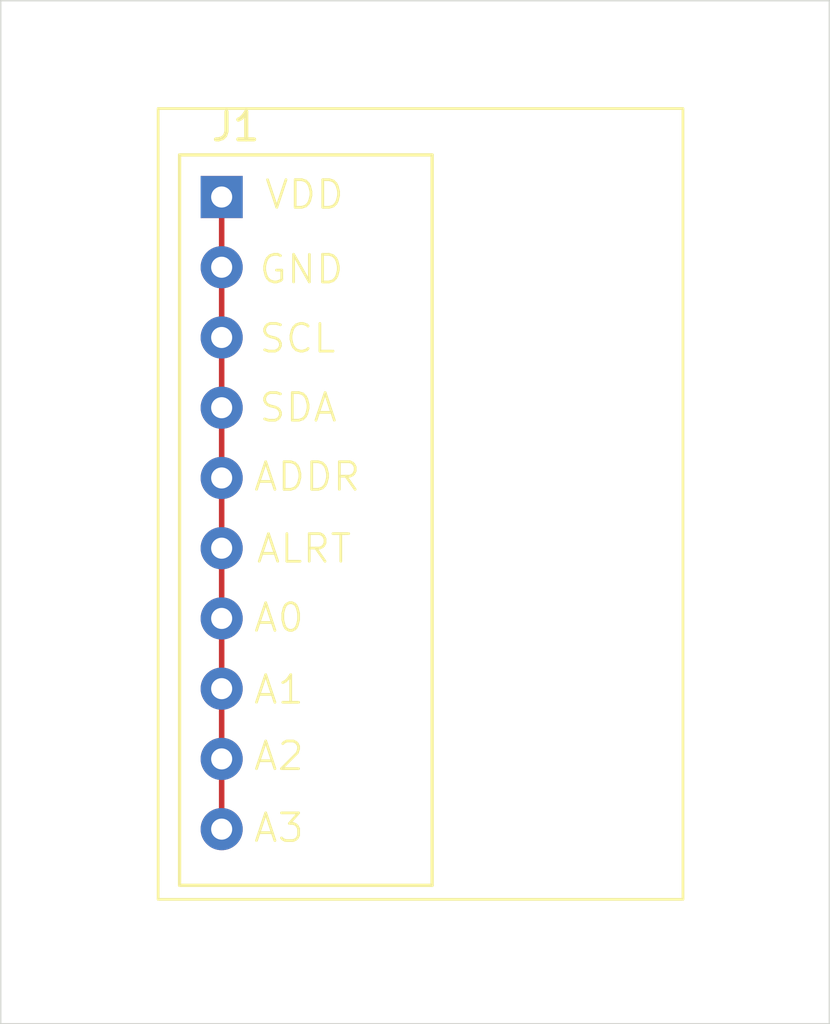
<source format=kicad_pcb>
(kicad_pcb (version 20240108) (generator "pcbnew") (generator_version "8.0")
  (layers (0 "F.Cu" signal) (31 "B.Cu" signal) (34 "B.Paste" user) (35 "F.Paste" user) (36 "B.SilkS" user "B.Silkscreen") (37 "F.SilkS" user "F.Silkscreen") (38 "B.Mask" user) (39 "F.Mask" user) (44 "Edge.Cuts" user))
  (net 0 "")
  (net 1 "-3V3")
  (footprint "footprints:ADC1115_ADC_Module" (layer "F.Cu") (at 119 -176.9)
    (property "Reference" "J1" (at 0.508 -2.54 0) (layer "F.SilkS"))
    (property "Value" "ADS1115")
    (fp_line (start -1.524 -1.524) (end 7.62 -1.524) (stroke (width 0.12)) (layer "F.SilkS"))
    (fp_line (start -1.524 24.892) (end -1.524 -1.524) (stroke (width 0.12)) (layer "F.SilkS"))
    (fp_line (start 7.62 -1.524) (end 7.62 24.892) (stroke (width 0.12)) (layer "F.SilkS"))
    (fp_line (start 7.62 24.892) (end -1.524 24.892) (stroke (width 0.12)) (layer "F.SilkS"))
    (fp_rect (start -2.3 -3.2) (end 16.7 25.4) (stroke (width 0.1)) (fill none) (layer "F.SilkS"))
    (fp_text user "SCL" (at 1.3 5.7 0) (layer "F.SilkS") (effects (font (thickness 0.1)) (justify left bottom)))
    (fp_text user "A2" (at 1.1 20.8 0) (layer "F.SilkS") (effects (font (thickness 0.1)) (justify left bottom)))
    (fp_text user "A3" (at 1.1 23.4 0) (layer "F.SilkS") (effects (font (thickness 0.1)) (justify left bottom)))
    (fp_text user "ALRT" (at 1.2 13.3 0) (layer "F.SilkS") (effects (font (thickness 0.1)) (justify left bottom)))
    (fp_text user "A0" (at 1.1 15.8 0) (layer "F.SilkS") (effects (font (thickness 0.1)) (justify left bottom)))
    (fp_text user "SDA" (at 1.3 8.2 0) (layer "F.SilkS") (effects (font (thickness 0.1)) (justify left bottom)))
    (fp_text user "ADDR" (at 1.1 10.7 0) (layer "F.SilkS") (effects (font (thickness 0.1)) (justify left bottom)))
    (fp_text user "A1" (at 1.1 18.4 0) (layer "F.SilkS") (effects (font (thickness 0.1)) (justify left bottom)))
    (fp_text user "GND" (at 1.3 3.2 0) (layer "F.SilkS") (effects (font (thickness 0.1)) (justify left bottom)))
    (fp_text user "VDD" (at 1.5 0.5 0) (layer "F.SilkS") (effects (font (thickness 0.1)) (justify left bottom)))
    (pad "" np_thru_hole circle (at 13 -0.1) (size 2.54 2.54) (drill 2.54) (layers "F&B.Cu" "*.Mask"))
    (pad "" np_thru_hole circle (at 13.1 23) (size 2.54 2.54) (drill 2.54) (layers "F&B.Cu" "*.Mask"))
    (pad "1" thru_hole rect (at 0 0) (size 1.524 1.524) (drill 0.762) (layers "*.Cu" "*.Mask") (net 1 "-3V3"))
    (pad "2" thru_hole circle (at 0 2.54) (size 1.524 1.524) (drill 0.762) (layers "*.Cu" "*.Mask") (net 1 "-3V3"))
    (pad "3" thru_hole circle (at 0 5.08) (size 1.524 1.524) (drill 0.762) (layers "*.Cu" "*.Mask") (net 1 "-3V3"))
    (pad "4" thru_hole circle (at 0 7.62) (size 1.524 1.524) (drill 0.762) (layers "*.Cu" "*.Mask") (net 1 "-3V3"))
    (pad "5" thru_hole circle (at 0 10.16) (size 1.524 1.524) (drill 0.762) (layers "*.Cu" "*.Mask") (net 1 "-3V3"))
    (pad "6" thru_hole circle (at 0 12.7) (size 1.524 1.524) (drill 0.762) (layers "*.Cu" "*.Mask") (net 1 "-3V3"))
    (pad "7" thru_hole circle (at 0 15.24) (size 1.524 1.524) (drill 0.762) (layers "*.Cu" "*.Mask") (net 1 "-3V3"))
    (pad "8" thru_hole circle (at 0 17.78) (size 1.524 1.524) (drill 0.762) (layers "*.Cu" "*.Mask") (net 1 "-3V3"))
    (pad "9" thru_hole circle (at 0 20.32) (size 1.524 1.524) (drill 0.762) (layers "*.Cu" "*.Mask") (net 1 "-3V3"))
    (pad "10" thru_hole circle (at 0 22.86) (size 1.524 1.524) (drill 0.762) (layers "*.Cu" "*.Mask") (net 1 "-3V3"))
  )
  (gr_rect (start 111 -184) (end 141 -147) (stroke (width 0.05)) (fill none) (layer "Edge.Cuts"))
  (segment (start 119 -171.82) (end 119 -174.36) (width 0.2) (layer "F.Cu") (net 1))
  (segment (start 119 -159.12) (end 119 -161.66) (width 0.2) (layer "F.Cu") (net 1))
  (segment (start 119 -164.2) (end 119 -166.74) (width 0.2) (layer "F.Cu") (net 1))
  (segment (start 119 -169.28) (end 119 -171.82) (width 0.2) (layer "F.Cu") (net 1))
  (segment (start 119 -166.74) (end 119 -169.28) (width 0.2) (layer "F.Cu") (net 1))
  (segment (start 119 -154.04) (end 119 -156.58) (width 0.2) (layer "F.Cu") (net 1))
  (segment (start 119 -174.36) (end 119 -176.9) (width 0.2) (layer "F.Cu") (net 1))
  (segment (start 119 -156.58) (end 119 -159.12) (width 0.2) (layer "F.Cu") (net 1))
  (segment (start 119 -161.66) (end 119 -164.2) (width 0.2) (layer "F.Cu") (net 1))
)
</source>
